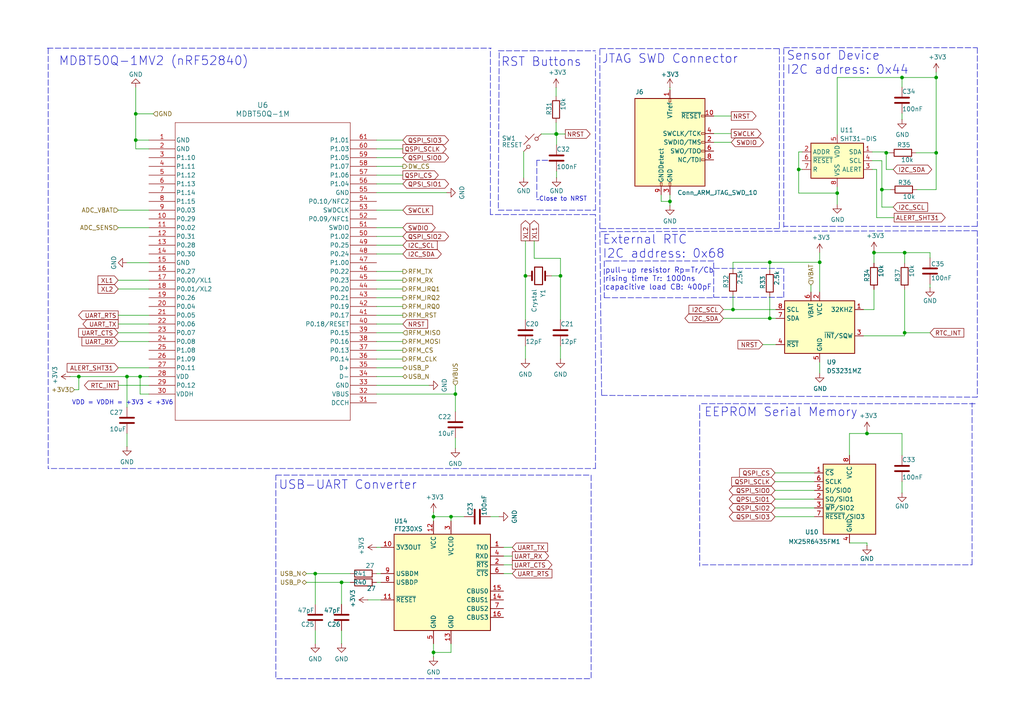
<source format=kicad_sch>
(kicad_sch (version 20231120) (generator "eeschema") (generator_version "8.0")
  (paper "A4")
  (title_block (title "MDBT50Q (nRF52840) SoC") (date "2025-02-24") (rev "v0.2") (company "CITI Lab") (comment 1 "Sastress Project") (comment 2 "Regis Rousseau"))
  (lib_symbols
    (symbol "Connector:Conn_ARM_JTAG_SWD_10" (pin_names (offset 1.016))
      (property "Reference" "J" (at -2.54 16.51 0))
      (property "Value" "Conn_ARM_JTAG_SWD_10" (at -2.54 13.97 0))
      (symbol "Conn_ARM_JTAG_SWD_10_0_1"
        (rectangle (start -10.16 12.7) (end 10.16 -12.7) (stroke (width 0.254)) (fill (type background)))
        (rectangle (start -2.794 -12.7) (end -2.286 -11.684))
        (rectangle (start -0.254 -12.7) (end 0.254 -11.684))
        (rectangle (start -0.254 12.7) (end 0.254 11.684))
        (rectangle (start 9.144 2.286) (end 10.16 2.794))
        (rectangle (start 10.16 -2.794) (end 9.144 -2.286))
        (rectangle (start 10.16 -0.254) (end 9.144 0.254))
        (rectangle (start 10.16 7.874) (end 9.144 7.366))
      )
      (symbol "Conn_ARM_JTAG_SWD_10_1_1"
        (rectangle (start 9.144 -5.334) (end 10.16 -4.826))
        (pin power_in line (at 0 15.24 270) (length 2.54) (name "VTref") (number "1"))
        (pin open_collector line (at 12.7 7.62 180) (length 2.54) (name "~{RESET}") (number "10"))
        (pin bidirectional line (at 12.7 0 180) (length 2.54) (name "SWDIO/TMS") (number "2"))
        (pin power_in line (at 0 -15.24 90) (length 2.54) (name "GND") (number "3"))
        (pin output line (at 12.7 2.54 180) (length 2.54) (name "SWCLK/TCK") (number "4"))
        (pin passive line (at 0 -15.24 90) (length 2.54) hide (name "GND") (number "5"))
        (pin input line (at 12.7 -2.54 180) (length 2.54) (name "SWO/TDO") (number "6"))
        (pin no_connect line (at -10.16 0 0) (length 2.54) hide (name "KEY") (number "7"))
        (pin output line (at 12.7 -5.08 180) (length 2.54) (name "NC/TDI") (number "8"))
        (pin passive line (at -2.54 -15.24 90) (length 2.54) (name "GNDDetect") (number "9"))
      )
    )
    (symbol "Device:C" (pin_numbers hide) (pin_names (offset 0.254))
      (property "Reference" "C" (at 0.635 2.54 0))
      (property "Value" "C" (at 0.635 -2.54 0))
      (symbol "C_0_1"
        (polyline (pts (xy -2.032 -0.762) (xy 2.032 -0.762)) (stroke (width 0.508)))
        (polyline (pts (xy -2.032 0.762) (xy 2.032 0.762)) (stroke (width 0.508)))
      )
      (symbol "C_1_1"
        (pin passive line (at 0 3.81 270) (length 2.794) (name "~") (number "1"))
        (pin passive line (at 0 -3.81 90) (length 2.794) (name "~") (number "2"))
      )
    )
    (symbol "Device:Crystal" (pin_numbers hide) (pin_names (offset 1.016) hide)
      (property "Reference" "Y" (at 0 3.81 0))
      (property "Value" "Crystal" (at 0 -3.81 0))
      (symbol "Crystal_0_1"
        (rectangle (start -1.143 2.54) (end 1.143 -2.54) (stroke (width 0.3048)))
        (polyline (pts (xy -2.54 0) (xy -1.905 0)))
        (polyline (pts (xy -1.905 -1.27) (xy -1.905 1.27)) (stroke (width 0.508)))
        (polyline (pts (xy 1.905 -1.27) (xy 1.905 1.27)) (stroke (width 0.508)))
        (polyline (pts (xy 2.54 0) (xy 1.905 0)))
      )
      (symbol "Crystal_1_1"
        (pin passive line (at -3.81 0 0) (length 1.27) (name "1") (number "1"))
        (pin passive line (at 3.81 0 180) (length 1.27) (name "2") (number "2"))
      )
    )
    (symbol "Device:R" (pin_numbers hide) (pin_names (offset 0))
      (property "Reference" "R" (at 2.032 0 90))
      (property "Value" "R" (at 0 0 90))
      (symbol "R_0_1"
        (rectangle (start -1.016 -2.54) (end 1.016 2.54) (stroke (width 0.254)))
      )
      (symbol "R_1_1"
        (pin passive line (at 0 3.81 270) (length 1.27) (name "~") (number "1"))
        (pin passive line (at 0 -3.81 90) (length 1.27) (name "~") (number "2"))
      )
    )
    (symbol "Interface_USB:FT230XS"
      (property "Reference" "U" (at -13.97 15.24 0))
      (property "Value" "FT230XS" (at 7.62 15.24 0))
      (symbol "FT230XS_0_1"
        (rectangle (start -13.97 13.97) (end 13.97 -13.97) (stroke (width 0.254)) (fill (type background)))
      )
      (symbol "FT230XS_1_1"
        (pin output line (at 17.78 10.16 180) (length 3.81) (name "TXD") (number "1"))
        (pin power_out line (at -17.78 10.16 0) (length 3.81) (name "3V3OUT") (number "10"))
        (pin input line (at -17.78 -5.08 0) (length 3.81) (name "~{RESET}") (number "11"))
        (pin power_in line (at -2.54 17.78 270) (length 3.81) (name "VCC") (number "12"))
        (pin power_in line (at 2.54 -17.78 90) (length 3.81) (name "GND") (number "13"))
        (pin bidirectional line (at 17.78 -5.08 180) (length 3.81) (name "CBUS1") (number "14"))
        (pin bidirectional line (at 17.78 -2.54 180) (length 3.81) (name "CBUS0") (number "15"))
        (pin bidirectional line (at 17.78 -10.16 180) (length 3.81) (name "CBUS3") (number "16"))
        (pin output line (at 17.78 5.08 180) (length 3.81) (name "~{RTS}") (number "2"))
        (pin power_in line (at 2.54 17.78 270) (length 3.81) (name "VCCIO") (number "3"))
        (pin input line (at 17.78 7.62 180) (length 3.81) (name "RXD") (number "4"))
        (pin power_in line (at -2.54 -17.78 90) (length 3.81) (name "GND") (number "5"))
        (pin input line (at 17.78 2.54 180) (length 3.81) (name "~{CTS}") (number "6"))
        (pin bidirectional line (at 17.78 -7.62 180) (length 3.81) (name "CBUS2") (number "7"))
        (pin bidirectional line (at -17.78 0 0) (length 3.81) (name "USBDP") (number "8"))
        (pin bidirectional line (at -17.78 2.54 0) (length 3.81) (name "USBDM") (number "9"))
      )
    )
    (symbol "Memory_Flash:MX25R3235FM1xx0"
      (property "Reference" "U" (at -6.35 11.43 0))
      (property "Value" "MX25R3235FM1xx0" (at 10.16 11.43 0))
      (symbol "MX25R3235FM1xx0_0_1"
        (rectangle (start -7.62 10.16) (end 7.62 -10.16) (stroke (width 0.254)) (fill (type background)))
      )
      (symbol "MX25R3235FM1xx0_1_1"
        (pin input line (at -10.16 7.62 0) (length 2.54) (name "~{CS}") (number "1"))
        (pin bidirectional line (at -10.16 0 0) (length 2.54) (name "SO/SIO1") (number "2"))
        (pin bidirectional line (at -10.16 -2.54 0) (length 2.54) (name "~{WP}/SIO2") (number "3"))
        (pin power_in line (at 0 -12.7 90) (length 2.54) (name "GND") (number "4"))
        (pin bidirectional line (at -10.16 2.54 0) (length 2.54) (name "SI/SIO0") (number "5"))
        (pin input line (at -10.16 5.08 0) (length 2.54) (name "SCLK") (number "6"))
        (pin bidirectional line (at -10.16 -5.08 0) (length 2.54) (name "~{RESET}/SIO3") (number "7"))
        (pin power_in line (at 0 12.7 270) (length 2.54) (name "VCC") (number "8"))
      )
    )
    (symbol "Sensor_Humidity:SHT31-DIS"
      (property "Reference" "U" (at -6.35 6.35 0))
      (property "Value" "SHT31-DIS" (at 6.35 6.35 0))
      (symbol "SHT31-DIS_0_1"
        (rectangle (start -7.62 5.08) (end 7.62 -5.08) (stroke (width 0.254)) (fill (type background)))
      )
      (symbol "SHT31-DIS_1_1"
        (pin bidirectional line (at 10.16 2.54 180) (length 2.54) (name "SDA") (number "1"))
        (pin input line (at -10.16 2.54 0) (length 2.54) (name "ADDR") (number "2"))
        (pin output line (at 10.16 -2.54 180) (length 2.54) (name "ALERT") (number "3"))
        (pin input line (at 10.16 0 180) (length 2.54) (name "SCL") (number "4"))
        (pin power_in line (at 0 7.62 270) (length 2.54) (name "VDD") (number "5"))
        (pin input line (at -10.16 0 0) (length 2.54) (name "~{RESET}") (number "6"))
        (pin passive line (at -10.16 -2.54 0) (length 2.54) (name "R") (number "7"))
        (pin power_in line (at 0 -7.62 90) (length 2.54) (name "VSS") (number "8"))
        (pin passive line (at 0 -7.62 90) (length 2.54) hide (name "VSS") (number "9"))
      )
    )
    (symbol "Switch:SW_Push_45deg" (pin_numbers hide) (pin_names (offset 1.016) hide)
      (property "Reference" "SW" (at 3.048 1.016 0))
      (property "Value" "SW_Push_45deg" (at 0 -3.81 0))
      (symbol "SW_Push_45deg_0_1"
        (circle (center -1.1684 1.1684) (radius 0.508))
        (polyline (pts (xy -0.508 2.54) (xy 2.54 -0.508)))
        (polyline (pts (xy 1.016 1.016) (xy 2.032 2.032)))
        (polyline (pts (xy -2.54 2.54) (xy -1.524 1.524) (xy -1.524 1.524)))
        (polyline (pts (xy 1.524 -1.524) (xy 2.54 -2.54) (xy 2.54 -2.54) (xy 2.54 -2.54)))
        (circle (center 1.143 -1.1938) (radius 0.508))
        (pin passive line (at -2.54 2.54 0) (length 0) (name "1") (number "1"))
        (pin passive line (at 2.54 -2.54 180) (length 0) (name "2") (number "2"))
      )
    )
    (symbol "Timer_RTC:DS3231MZ"
      (property "Reference" "U" (at -7.62 8.89 0))
      (property "Value" "DS3231MZ" (at 11.43 8.89 0))
      (symbol "DS3231MZ_0_1"
        (rectangle (start -10.16 7.62) (end 10.16 -7.62) (stroke (width 0.254)) (fill (type background)))
      )
      (symbol "DS3231MZ_1_1"
        (pin open_collector line (at 12.7 5.08 180) (length 2.54) (name "32KHZ") (number "1"))
        (pin power_in line (at 0 10.16 270) (length 2.54) (name "VCC") (number "2"))
        (pin open_collector line (at 12.7 -2.54 180) (length 2.54) (name "~{INT}/SQW") (number "3"))
        (pin bidirectional line (at -12.7 -5.08 0) (length 2.54) (name "~{RST}") (number "4"))
        (pin power_in line (at 0 -10.16 90) (length 2.54) (name "GND") (number "5"))
        (pin power_in line (at -2.54 10.16 270) (length 2.54) (name "VBAT") (number "6"))
        (pin bidirectional line (at -12.7 2.54 0) (length 2.54) (name "SDA") (number "7"))
        (pin input line (at -12.7 5.08 0) (length 2.54) (name "SCL") (number "8"))
      )
    )
    (symbol "mdbt50q:MDBT50Q-1M" (pin_names (offset 0.254))
      (property "Reference" "U" (at 33.02 10.16 0))
      (property "Value" "MDBT50Q-1M" (at 33.02 7.62 0))
      (symbol "MDBT50Q-1M_0_1"
        (polyline (pts (xy 7.62 -81.28) (xy 58.42 -81.28)) (stroke (width 0.127)))
        (polyline (pts (xy 7.62 5.08) (xy 7.62 -81.28)) (stroke (width 0.127)))
        (polyline (pts (xy 58.42 -81.28) (xy 58.42 5.08)) (stroke (width 0.127)))
        (polyline (pts (xy 58.42 5.08) (xy 7.62 5.08)) (stroke (width 0.127)))
        (pin power_out line (at 0 0 0) (length 7.62) (name "GND") (number "1"))
        (pin bidirectional line (at 0 -22.86 0) (length 7.62) (name "P0.29") (number "10"))
        (pin bidirectional line (at 0 -25.4 0) (length 7.62) (name "P0.02") (number "11"))
        (pin bidirectional line (at 0 -27.94 0) (length 7.62) (name "P0.31") (number "12"))
        (pin bidirectional line (at 0 -30.48 0) (length 7.62) (name "P0.28") (number "13"))
        (pin bidirectional line (at 0 -33.02 0) (length 7.62) (name "P0.30") (number "14"))
        (pin power_out line (at 0 -35.56 0) (length 7.62) (name "GND") (number "15"))
        (pin bidirectional line (at 0 -38.1 0) (length 7.62) (name "P0.27") (number "16"))
        (pin bidirectional line (at 0 -40.64 0) (length 7.62) (name "P0.00/XL1") (number "17"))
        (pin bidirectional line (at 0 -43.18 0) (length 7.62) (name "P0.01/XL2") (number "18"))
        (pin bidirectional line (at 0 -45.72 0) (length 7.62) (name "P0.26") (number "19"))
        (pin power_out line (at 0 -2.54 0) (length 7.62) (name "GND") (number "2"))
        (pin bidirectional line (at 0 -48.26 0) (length 7.62) (name "P0.04") (number "20"))
        (pin bidirectional line (at 0 -50.8 0) (length 7.62) (name "P0.05") (number "21"))
        (pin bidirectional line (at 0 -53.34 0) (length 7.62) (name "P0.06") (number "22"))
        (pin bidirectional line (at 0 -55.88 0) (length 7.62) (name "P0.07") (number "23"))
        (pin bidirectional line (at 0 -58.42 0) (length 7.62) (name "P0.08") (number "24"))
        (pin bidirectional line (at 0 -60.96 0) (length 7.62) (name "P1.08") (number "25"))
        (pin bidirectional line (at 0 -63.5 0) (length 7.62) (name "P1.09") (number "26"))
        (pin bidirectional line (at 0 -66.04 0) (length 7.62) (name "P0.11") (number "27"))
        (pin power_in line (at 0 -68.58 0) (length 7.62) (name "VDD") (number "28"))
        (pin bidirectional line (at 0 -71.12 0) (length 7.62) (name "P0.12") (number "29"))
        (pin bidirectional line (at 0 -5.08 0) (length 7.62) (name "P1.10") (number "3"))
        (pin power_in line (at 0 -73.66 0) (length 7.62) (name "VDDH") (number "30"))
        (pin power_in line (at 66.04 -76.2 180) (length 7.62) (name "DCCH") (number "31"))
        (pin power_in line (at 66.04 -73.66 180) (length 7.62) (name "VBUS") (number "32"))
        (pin power_out line (at 66.04 -71.12 180) (length 7.62) (name "GND") (number "33"))
        (pin bidirectional line (at 66.04 -68.58 180) (length 7.62) (name "D-") (number "34"))
        (pin bidirectional line (at 66.04 -66.04 180) (length 7.62) (name "D+") (number "35"))
        (pin bidirectional line (at 66.04 -63.5 180) (length 7.62) (name "P0.14") (number "36"))
        (pin bidirectional line (at 66.04 -60.96 180) (length 7.62) (name "P0.13") (number "37"))
        (pin bidirectional line (at 66.04 -58.42 180) (length 7.62) (name "P0.16") (number "38"))
        (pin bidirectional line (at 66.04 -55.88 180) (length 7.62) (name "P0.15") (number "39"))
        (pin bidirectional line (at 0 -7.62 0) (length 7.62) (name "P1.11") (number "4"))
        (pin bidirectional line (at 66.04 -53.34 180) (length 7.62) (name "P0.18/RESET") (number "40"))
        (pin bidirectional line (at 66.04 -50.8 180) (length 7.62) (name "P0.17") (number "41"))
        (pin bidirectional line (at 66.04 -48.26 180) (length 7.62) (name "P0.19") (number "42"))
        (pin bidirectional line (at 66.04 -45.72 180) (length 7.62) (name "P0.21") (number "43"))
        (pin bidirectional line (at 66.04 -43.18 180) (length 7.62) (name "P0.20") (number "44"))
        (pin bidirectional line (at 66.04 -40.64 180) (length 7.62) (name "P0.23") (number "45"))
        (pin bidirectional line (at 66.04 -38.1 180) (length 7.62) (name "P0.22") (number "46"))
        (pin bidirectional line (at 66.04 -35.56 180) (length 7.62) (name "P1.00") (number "47"))
        (pin bidirectional line (at 66.04 -33.02 180) (length 7.62) (name "P0.24") (number "48"))
        (pin bidirectional line (at 66.04 -30.48 180) (length 7.62) (name "P0.25") (number "49"))
        (pin bidirectional line (at 0 -10.16 0) (length 7.62) (name "P1.12") (number "5"))
        (pin bidirectional line (at 66.04 -27.94 180) (length 7.62) (name "P1.02") (number "50"))
        (pin unspecified line (at 66.04 -25.4 180) (length 7.62) (name "SWDIO") (number "51"))
        (pin bidirectional line (at 66.04 -22.86 180) (length 7.62) (name "P0.09/NFC1") (number "52"))
        (pin input line (at 66.04 -20.32 180) (length 7.62) (name "SWDCLK") (number "53"))
        (pin bidirectional line (at 66.04 -17.78 180) (length 7.62) (name "P0.10/NFC2") (number "54"))
        (pin power_out line (at 66.04 -15.24 180) (length 7.62) (name "GND") (number "55"))
        (pin bidirectional line (at 66.04 -12.7 180) (length 7.62) (name "P1.04") (number "56"))
        (pin bidirectional line (at 66.04 -10.16 180) (length 7.62) (name "P1.06") (number "57"))
        (pin bidirectional line (at 66.04 -7.62 180) (length 7.62) (name "P1.07") (number "58"))
        (pin bidirectional line (at 66.04 -5.08 180) (length 7.62) (name "P1.05") (number "59"))
        (pin bidirectional line (at 0 -12.7 0) (length 7.62) (name "P1.13") (number "6"))
        (pin bidirectional line (at 66.04 -2.54 180) (length 7.62) (name "P1.03") (number "60"))
        (pin bidirectional line (at 66.04 0 180) (length 7.62) (name "P1.01") (number "61"))
        (pin bidirectional line (at 0 -15.24 0) (length 7.62) (name "P1.14") (number "7"))
        (pin bidirectional line (at 0 -17.78 0) (length 7.62) (name "P1.15") (number "8"))
        (pin bidirectional line (at 0 -20.32 0) (length 7.62) (name "P0.03") (number "9"))
      )
    )
    (symbol "power:+3.3V" (power) (pin_numbers hide) (pin_names (offset 0) hide)
      (property "Value" "+3.3V" (at 0 3.556 0))
      (symbol "+3.3V_0_1"
        (polyline (pts (xy -0.762 1.27) (xy 0 2.54)))
        (polyline (pts (xy 0 0) (xy 0 2.54)))
        (polyline (pts (xy 0 2.54) (xy 0.762 1.27)))
      )
      (symbol "+3.3V_1_1"
        (pin power_in line (at 0 0 90) (length 0) (name "~") (number "1"))
      )
    )
    (symbol "power:GND" (power) (pin_numbers hide) (pin_names (offset 0) hide)
      (property "Value" "GND" (at 0 -3.81 0))
      (symbol "GND_0_1"
        (polyline (pts (xy 0 0) (xy 0 -1.27) (xy 1.27 -1.27) (xy 0 -2.54) (xy -1.27 -1.27) (xy 0 -1.27)))
      )
      (symbol "GND_1_1"
        (pin power_in line (at 0 0 270) (length 0) (name "~") (number "1"))
      )
    )
  )
  (junction (at 262.382 96.52))
  (junction (at 162.56 80.01))
  (junction (at 223.266 92.329))
  (junction (at 271.526 22.479))
  (junction (at 223.266 76.073))
  (junction (at 251.46 125.73))
  (junction (at 255.778 54.991))
  (junction (at 132.08 114.3))
  (junction (at 237.744 76.073))
  (junction (at 242.824 56.007))
  (junction (at 161.29 38.862))
  (junction (at 231.648 49.149))
  (junction (at 39.37 33.02))
  (junction (at 125.73 189.23))
  (junction (at 161.417 38.862))
  (junction (at 262.382 73.279))
  (junction (at 99.06 168.91))
  (junction (at 212.598 89.789))
  (junction (at 39.37 40.64))
  (junction (at 152.4 80.01))
  (junction (at 261.62 22.479))
  (junction (at 22.86 109.22))
  (junction (at 257.048 44.323))
  (junction (at 91.44 166.37))
  (junction (at 40.64 109.22))
  (junction (at 194.31 58.42))
  (junction (at 130.81 149.86))
  (junction (at 271.526 44.323))
  (junction (at 36.83 109.22))
  (junction (at 125.73 149.86))
  (junction (at 253.492 73.279))
  (wire (pts (xy 34.29 81.28) (xy 43.18 81.28)))
  (wire (pts (xy 109.22 73.66) (xy 116.84 73.66)))
  (wire (pts (xy 152.4 100.33) (xy 152.4 104.14)))
  (wire (pts (xy 194.31 25.4) (xy 194.31 26.035)))
  (wire (pts (xy 34.29 111.76) (xy 43.18 111.76)))
  (polyline (pts (xy 174.498 114.681) (xy 283.464 115.189)) (stroke (width 0) (type dash)))
  (wire (pts (xy 34.29 106.68) (xy 43.18 106.68)))
  (polyline (pts (xy 226.06 66.294) (xy 173.99 66.294)) (stroke (width 0) (type dash)))
  (wire (pts (xy 269.748 83.439) (xy 269.748 82.423)))
  (wire (pts (xy 91.44 166.37) (xy 101.6 166.37)))
  (wire (pts (xy 22.86 113.03) (xy 22.86 109.22)))
  (polyline (pts (xy 283.464 13.843) (xy 283.464 65.659)) (stroke (width 0) (type dash)))
  (wire (pts (xy 207.01 33.655) (xy 212.09 33.655)))
  (wire (pts (xy 146.05 158.75) (xy 148.59 158.75)))
  (wire (pts (xy 254.254 63.119) (xy 259.334 63.119)))
  (wire (pts (xy 161.29 38.862) (xy 161.417 38.862)))
  (wire (pts (xy 242.824 22.479) (xy 261.62 22.479)))
  (wire (pts (xy 146.05 161.29) (xy 148.59 161.29)))
  (wire (pts (xy 34.29 60.96) (xy 43.18 60.96)))
  (wire (pts (xy 262.382 96.52) (xy 262.382 83.947)))
  (wire (pts (xy 109.22 40.64) (xy 116.84 40.64)))
  (polyline (pts (xy 207.01 75.692) (xy 175.26 75.692)) (stroke (width 0) (type dash)))
  (wire (pts (xy 154.94 74.93) (xy 162.56 74.93)))
  (wire (pts (xy 36.83 125.73) (xy 36.83 129.54)))
  (polyline (pts (xy 173.99 14.097) (xy 226.06 14.097)) (stroke (width 0) (type dash)))
  (wire (pts (xy 34.29 99.06) (xy 43.18 99.06)))
  (wire (pts (xy 269.748 73.279) (xy 262.382 73.279)))
  (polyline (pts (xy 283.464 66.929) (xy 173.99 67.183)) (stroke (width 0) (type dash)))
  (polyline (pts (xy 227.33 86.233) (xy 227.33 77.851)) (stroke (width 0) (type dash)))
  (polyline (pts (xy 142.24 62.23) (xy 142.24 13.97)) (stroke (width 0) (type dash)))
  (polyline (pts (xy 207.01 77.851) (xy 227.33 77.851)) (stroke (width 0) (type dash)))
  (polyline (pts (xy 144.78 15.24) (xy 144.526 60.96)) (stroke (width 0) (type dash)))
  (wire (pts (xy 261.62 132.08) (xy 261.62 125.73)))
  (wire (pts (xy 109.22 55.88) (xy 129.54 55.88)))
  (wire (pts (xy 109.22 83.82) (xy 116.84 83.82)))
  (polyline (pts (xy 207.01 86.233) (xy 227.33 86.233)) (stroke (width 0) (type dash)))
  (wire (pts (xy 109.22 158.75) (xy 110.49 158.75)))
  (wire (pts (xy 252.984 46.609) (xy 255.778 46.609)))
  (wire (pts (xy 255.778 46.609) (xy 255.778 54.991)))
  (wire (pts (xy 130.81 186.69) (xy 130.81 189.23)))
  (wire (pts (xy 43.18 114.3) (xy 40.64 114.3)))
  (wire (pts (xy 231.648 44.069) (xy 231.648 49.149)))
  (wire (pts (xy 251.46 124.968) (xy 251.46 125.73)))
  (wire (pts (xy 223.266 85.979) (xy 223.266 92.329)))
  (wire (pts (xy 109.22 66.04) (xy 116.84 66.04)))
  (wire (pts (xy 43.18 43.18) (xy 39.37 43.18)))
  (wire (pts (xy 161.417 38.862) (xy 161.417 42.037)))
  (wire (pts (xy 237.744 105.029) (xy 237.744 108.331)))
  (polyline (pts (xy 142.24 135.89) (xy 172.72 135.89)) (stroke (width 0) (type dash)))
  (wire (pts (xy 246.38 125.73) (xy 251.46 125.73)))
  (wire (pts (xy 207.01 41.275) (xy 212.09 41.275)))
  (wire (pts (xy 231.648 49.149) (xy 232.664 49.149)))
  (wire (pts (xy 109.22 168.91) (xy 110.49 168.91)))
  (wire (pts (xy 109.22 166.37) (xy 110.49 166.37)))
  (wire (pts (xy 212.598 89.789) (xy 225.044 89.789)))
  (wire (pts (xy 231.648 56.007) (xy 242.824 56.007)))
  (wire (pts (xy 161.417 49.657) (xy 161.417 51.562)))
  (wire (pts (xy 99.06 182.88) (xy 99.06 186.69)))
  (wire (pts (xy 109.22 114.3) (xy 132.08 114.3)))
  (wire (pts (xy 231.648 49.149) (xy 231.648 56.007)))
  (wire (pts (xy 130.81 151.13) (xy 130.81 149.86)))
  (wire (pts (xy 250.444 97.409) (xy 262.382 97.409)))
  (polyline (pts (xy 207.01 76.2) (xy 207.01 86.233)) (stroke (width 0) (type dash)))
  (wire (pts (xy 271.526 54.991) (xy 271.526 44.323)))
  (wire (pts (xy 252.984 49.149) (xy 254.254 49.149)))
  (wire (pts (xy 265.684 44.323) (xy 271.526 44.323)))
  (wire (pts (xy 271.526 22.479) (xy 271.526 44.323)))
  (wire (pts (xy 88.9 166.37) (xy 91.44 166.37)))
  (wire (pts (xy 39.37 40.64) (xy 43.18 40.64)))
  (wire (pts (xy 109.22 86.36) (xy 116.84 86.36)))
  (wire (pts (xy 262.382 97.409) (xy 262.382 96.52)))
  (wire (pts (xy 261.62 25.273) (xy 261.62 22.479)))
  (wire (pts (xy 154.94 69.85) (xy 154.94 74.93)))
  (wire (pts (xy 109.22 96.52) (xy 116.84 96.52)))
  (wire (pts (xy 262.382 76.327) (xy 262.382 73.279)))
  (wire (pts (xy 109.22 106.68) (xy 116.84 106.68)))
  (wire (pts (xy 232.664 44.069) (xy 231.648 44.069)))
  (wire (pts (xy 246.38 132.08) (xy 246.38 125.73)))
  (wire (pts (xy 212.598 85.725) (xy 212.598 89.789)))
  (wire (pts (xy 36.83 109.22) (xy 40.64 109.22)))
  (wire (pts (xy 223.266 76.073) (xy 237.744 76.073)))
  (wire (pts (xy 161.29 35.56) (xy 161.29 38.862)))
  (wire (pts (xy 125.73 189.23) (xy 125.73 190.5)))
  (wire (pts (xy 125.73 189.23) (xy 130.81 189.23)))
  (wire (pts (xy 130.81 149.86) (xy 134.62 149.86)))
  (polyline (pts (xy 281.94 163.83) (xy 281.94 116.84)) (stroke (width 0) (type dash)))
  (polyline (pts (xy 155.702 57.912) (xy 156.337 57.912)) (stroke (width 0) (type dash)))
  (polyline (pts (xy 226.06 14.097) (xy 226.06 66.294)) (stroke (width 0) (type dash)))
  (wire (pts (xy 99.06 168.91) (xy 101.6 168.91)))
  (wire (pts (xy 109.22 50.8) (xy 116.84 50.8)))
  (wire (pts (xy 265.938 54.991) (xy 271.526 54.991)))
  (wire (pts (xy 109.22 78.74) (xy 116.84 78.74)))
  (wire (pts (xy 257.048 49.149) (xy 257.048 44.323)))
  (wire (pts (xy 20.32 109.22) (xy 22.86 109.22)))
  (wire (pts (xy 262.382 96.52) (xy 269.748 96.52)))
  (wire (pts (xy 255.778 60.071) (xy 255.778 54.991)))
  (wire (pts (xy 109.22 111.76) (xy 124.46 111.76)))
  (polyline (pts (xy 175.26 86.36) (xy 207.01 86.36)) (stroke (width 0) (type dash)))
  (wire (pts (xy 253.492 83.947) (xy 253.492 89.789)))
  (polyline (pts (xy 172.72 62.23) (xy 142.24 62.23)) (stroke (width 0) (type dash)))
  (wire (pts (xy 224.79 147.32) (xy 236.22 147.32)))
  (wire (pts (xy 257.048 44.069) (xy 257.048 44.323)))
  (wire (pts (xy 162.56 100.33) (xy 162.56 104.14)))
  (wire (pts (xy 162.56 80.01) (xy 162.56 92.71)))
  (wire (pts (xy 254.254 49.149) (xy 254.254 63.119)))
  (wire (pts (xy 34.29 93.98) (xy 43.18 93.98)))
  (wire (pts (xy 109.22 109.22) (xy 116.84 109.22)))
  (wire (pts (xy 151.892 43.942) (xy 151.892 51.562)))
  (wire (pts (xy 109.22 91.44) (xy 116.84 91.44)))
  (polyline (pts (xy 13.97 13.97) (xy 13.97 135.89)) (stroke (width 0) (type dash)))
  (polyline (pts (xy 203.708 163.83) (xy 281.94 163.83)) (stroke (width 0) (type dash)))
  (polyline (pts (xy 173.99 67.183) (xy 174.498 114.681)) (stroke (width 0) (type dash)))
  (wire (pts (xy 224.79 142.24) (xy 236.22 142.24)))
  (wire (pts (xy 253.492 73.279) (xy 253.492 76.327)))
  (wire (pts (xy 209.804 92.329) (xy 223.266 92.329)))
  (wire (pts (xy 125.73 148.59) (xy 125.73 149.86)))
  (wire (pts (xy 191.77 58.42) (xy 194.31 58.42)))
  (wire (pts (xy 224.79 139.7) (xy 236.22 139.7)))
  (polyline (pts (xy 227.33 13.843) (xy 283.464 13.843)) (stroke (width 0) (type dash)))
  (wire (pts (xy 261.62 125.73) (xy 251.46 125.73)))
  (polyline (pts (xy 202.946 117.475) (xy 202.946 164.211)) (stroke (width 0) (type dash)))
  (wire (pts (xy 255.778 54.991) (xy 258.318 54.991)))
  (wire (pts (xy 207.01 38.735) (xy 212.09 38.735)))
  (wire (pts (xy 132.08 114.3) (xy 132.08 119.38)))
  (wire (pts (xy 257.048 44.323) (xy 258.064 44.323)))
  (wire (pts (xy 191.77 56.515) (xy 191.77 58.42)))
  (wire (pts (xy 221.234 99.949) (xy 225.044 99.949)))
  (wire (pts (xy 162.56 80.01) (xy 160.02 80.01)))
  (wire (pts (xy 251.46 157.48) (xy 251.46 158.242)))
  (wire (pts (xy 109.22 71.12) (xy 116.84 71.12)))
  (wire (pts (xy 271.526 20.955) (xy 271.526 22.479)))
  (wire (pts (xy 91.44 166.37) (xy 91.44 175.26)))
  (wire (pts (xy 99.06 168.91) (xy 99.06 175.26)))
  (wire (pts (xy 36.83 109.22) (xy 36.83 118.11)))
  (wire (pts (xy 22.86 109.22) (xy 36.83 109.22)))
  (wire (pts (xy 246.38 157.48) (xy 251.46 157.48)))
  (polyline (pts (xy 175.26 75.692) (xy 175.26 86.36)) (stroke (width 0) (type dash)))
  (wire (pts (xy 109.22 60.96) (xy 116.84 60.96)))
  (wire (pts (xy 235.204 82.677) (xy 235.204 84.709)))
  (polyline (pts (xy 172.72 60.96) (xy 172.72 15.24)) (stroke (width 0) (type dash)))
  (wire (pts (xy 109.22 88.9) (xy 116.84 88.9)))
  (wire (pts (xy 109.22 93.98) (xy 116.84 93.98)))
  (wire (pts (xy 109.22 45.72) (xy 116.84 45.72)))
  (wire (pts (xy 142.24 149.86) (xy 144.78 149.86)))
  (polyline (pts (xy 158.877 46.482) (xy 155.702 46.482)) (stroke (width 0) (type dash)))
  (wire (pts (xy 237.744 73.279) (xy 237.744 76.073)))
  (wire (pts (xy 34.29 91.44) (xy 43.18 91.44)))
  (wire (pts (xy 212.598 76.073) (xy 223.266 76.073)))
  (wire (pts (xy 163.957 38.862) (xy 161.417 38.862)))
  (wire (pts (xy 152.4 69.85) (xy 152.4 80.01)))
  (wire (pts (xy 40.64 109.22) (xy 43.18 109.22)))
  (wire (pts (xy 130.81 149.86) (xy 125.73 149.86)))
  (wire (pts (xy 109.22 43.18) (xy 116.84 43.18)))
  (polyline (pts (xy 172.72 135.89) (xy 172.72 62.23)) (stroke (width 0) (type dash)))
  (wire (pts (xy 91.44 186.69) (xy 91.44 182.88)))
  (polyline (pts (xy 142.24 135.89) (xy 13.97 135.89)) (stroke (width 0) (type dash)))
  (wire (pts (xy 125.73 186.69) (xy 125.73 189.23)))
  (wire (pts (xy 223.266 92.329) (xy 225.044 92.329)))
  (polyline (pts (xy 283.464 66.929) (xy 283.464 115.189)) (stroke (width 0) (type dash)))
  (wire (pts (xy 132.08 127) (xy 132.08 130.048)))
  (wire (pts (xy 34.29 83.82) (xy 43.18 83.82)))
  (wire (pts (xy 109.22 101.6) (xy 116.84 101.6)))
  (wire (pts (xy 146.05 163.83) (xy 148.59 163.83)))
  (wire (pts (xy 261.62 139.7) (xy 261.62 143.002)))
  (wire (pts (xy 109.22 99.06) (xy 116.84 99.06)))
  (wire (pts (xy 242.824 38.989) (xy 242.824 22.479)))
  (polyline (pts (xy 283.464 65.659) (xy 227.33 65.659)) (stroke (width 0) (type dash)))
  (wire (pts (xy 253.492 72.771) (xy 253.492 73.279)))
  (wire (pts (xy 39.37 33.02) (xy 44.45 33.02)))
  (wire (pts (xy 261.62 22.479) (xy 271.526 22.479)))
  (wire (pts (xy 88.9 168.91) (xy 99.06 168.91)))
  (wire (pts (xy 162.56 74.93) (xy 162.56 80.01)))
  (wire (pts (xy 224.79 149.86) (xy 236.22 149.86)))
  (wire (pts (xy 39.37 40.64) (xy 39.37 33.02)))
  (wire (pts (xy 109.22 81.28) (xy 116.84 81.28)))
  (polyline (pts (xy 203.454 117.094) (xy 282.956 117.094)) (stroke (width 0) (type dash)))
  (wire (pts (xy 39.37 33.02) (xy 39.37 25.4)))
  (wire (pts (xy 261.62 32.893) (xy 261.62 34.671)))
  (wire (pts (xy 242.824 56.007) (xy 242.824 59.309)))
  (polyline (pts (xy 144.526 14.732) (xy 172.72 14.732)) (stroke (width 0) (type dash)))
  (wire (pts (xy 34.29 66.04) (xy 43.18 66.04)))
  (polyline (pts (xy 227.33 14.097) (xy 227.33 65.913)) (stroke (width 0) (type dash)))
  (wire (pts (xy 224.79 144.78) (xy 236.22 144.78)))
  (wire (pts (xy 252.984 44.069) (xy 257.048 44.069)))
  (wire (pts (xy 40.64 114.3) (xy 40.64 109.22)))
  (wire (pts (xy 34.29 96.52) (xy 43.18 96.52)))
  (wire (pts (xy 109.22 104.14) (xy 116.84 104.14)))
  (wire (pts (xy 109.22 68.58) (xy 116.84 68.58)))
  (wire (pts (xy 250.444 89.789) (xy 253.492 89.789)))
  (wire (pts (xy 262.382 73.279) (xy 253.492 73.279)))
  (wire (pts (xy 237.744 76.073) (xy 237.744 84.709)))
  (polyline (pts (xy 13.716 13.97) (xy 142.494 13.97)) (stroke (width 0) (type dash)))
  (polyline (pts (xy 155.702 46.482) (xy 155.702 57.912)) (stroke (width 0) (type dash)))
  (wire (pts (xy 109.22 53.34) (xy 116.84 53.34)))
  (wire (pts (xy 269.748 74.803) (xy 269.748 73.279)))
  (wire (pts (xy 194.31 56.515) (xy 194.31 58.42)))
  (wire (pts (xy 146.05 166.37) (xy 148.59 166.37)))
  (wire (pts (xy 212.598 78.105) (xy 212.598 76.073)))
  (wire (pts (xy 21.59 113.03) (xy 22.86 113.03)))
  (wire (pts (xy 109.22 48.26) (xy 116.84 48.26)))
  (wire (pts (xy 152.4 80.01) (xy 152.4 92.71)))
  (polyline (pts (xy 144.526 60.96) (xy 172.72 60.96)) (stroke (width 0) (type dash)))
  (wire (pts (xy 209.804 89.789) (xy 212.598 89.789)))
  (wire (pts (xy 156.972 38.862) (xy 161.29 38.862)))
  (wire (pts (xy 125.73 149.86) (xy 125.73 151.13)))
  (wire (pts (xy 132.08 111.76) (xy 132.08 114.3)))
  (wire (pts (xy 106.68 173.99) (xy 110.49 173.99)))
  (wire (pts (xy 242.824 54.229) (xy 242.824 56.007)))
  (wire (pts (xy 161.29 25.4) (xy 161.29 27.94)))
  (wire (pts (xy 259.08 60.071) (xy 255.778 60.071)))
  (wire (pts (xy 259.08 49.149) (xy 257.048 49.149)))
  (polyline (pts (xy 173.99 66.294) (xy 173.99 14.097)) (stroke (width 0) (type dash)))
  (wire (pts (xy 194.31 58.42) (xy 194.31 59.69)))
  (wire (pts (xy 36.83 76.2) (xy 43.18 76.2)))
  (wire (pts (xy 39.37 43.18) (xy 39.37 40.64)))
  (wire (pts (xy 223.266 78.359) (xy 223.266 76.073)))
  (wire (pts (xy 224.79 137.16) (xy 236.22 137.16)))
  (rectangle (start 80.01 137.795) (end 171.45 196.85) (stroke (width 0) (type dash)))
  (text "MDBT50Q-1MV2 (nRF52840)" (at 17.018 19.304 0) (effects (font (size 2.54 2.54)) (justify left bottom)))
  (text "JTAG SWD Connector" (at 174.498 18.669 0) (effects (font (size 2.54 2.54)) (justify left bottom)))
  (text "External RTC\nI2C address: 0x68" (at 174.752 75.184 0) (effects (font (size 2.54 2.54)) (justify left bottom)))
  (text "Close to NRST" (at 170.307 58.547 0) (effects (font (size 1.27 1.27)) (justify right bottom)))
  (text "pull-up resistor Rp=Tr/Cb\nrising time Tr: 1000ns\ncapacitive load CB: 400pF" (at 175.514 84.328 0) (effects (font (size 1.524 1.524)) (justify left bottom)))
  (text "Sensor Device\nI2C address: 0x44" (at 228.092 21.844 0) (effects (font (size 2.54 2.54)) (justify left bottom)))
  (text "USB-UART Converter" (at 80.772 142.24 0) (effects (font (size 2.54 2.54)) (justify left bottom)))
  (text "EEPROM Serial Memory" (at 204.216 121.158 0) (effects (font (size 2.54 2.54)) (justify left bottom)))
  (text "VDD = VDDH = +3V3 < +3V6" (at 35.56 116.84 0) (effects (font (size 1.27 1.27))))
  (text "RST Buttons" (at 145.288 19.558 0) (effects (font (size 2.54 2.54)) (justify left bottom)))
  (global_label "NRST" (shape output) (at 163.957 38.862 0) (property "Intersheetrefs" "${INTERSHEET_REFS}" (effects (hide yes))))
  (global_label "I2C_SCL" (shape input) (at 209.804 89.789 180) (property "Intersheetrefs" "${INTERSHEET_REFS}" (effects (hide yes))))
  (global_label "I2C_SDA" (shape bidirectional) (at 259.08 49.149 0) (property "Intersheetrefs" "${INTERSHEET_REFS}" (effects (hide yes))))
  (global_label "NRST" (shape output) (at 212.09 33.655 0) (property "Intersheetrefs" "${INTERSHEET_REFS}" (effects (hide yes))))
  (global_label "RTC_INT" (shape input) (at 269.748 96.52 0) (property "Intersheetrefs" "${INTERSHEET_REFS}" (effects (hide yes))))
  (global_label "I2C_SDA" (shape bidirectional) (at 209.804 92.329 180) (property "Intersheetrefs" "${INTERSHEET_REFS}" (effects (hide yes))))
  (global_label "UART_CTS" (shape output) (at 148.59 163.83 0) (property "Intersheetrefs" "${INTERSHEET_REFS}" (effects (hide yes))))
  (global_label "QSPI_SCLK" (shape input) (at 224.79 139.7 180) (property "Intersheetrefs" "${INTERSHEET_REFS}" (effects (hide yes))))
  (global_label "I2C_SDA" (shape bidirectional) (at 116.84 73.66 0) (property "Intersheetrefs" "${INTERSHEET_REFS}" (effects (hide yes))))
  (global_label "QSPI_SIO3" (shape bidirectional) (at 116.84 40.64 0) (property "Intersheetrefs" "${INTERSHEET_REFS}" (effects (hide yes))))
  (global_label "UART_CTS" (shape input) (at 34.29 96.52 180) (property "Intersheetrefs" "${INTERSHEET_REFS}" (effects (hide yes))))
  (global_label "NRST" (shape input) (at 221.234 99.949 180) (property "Intersheetrefs" "${INTERSHEET_REFS}" (effects (hide yes))))
  (global_label "I2C_SCL" (shape input) (at 116.84 71.12 0) (property "Intersheetrefs" "${INTERSHEET_REFS}" (effects (hide yes))))
  (global_label "UART_TX" (shape input) (at 148.59 158.75 0) (property "Intersheetrefs" "${INTERSHEET_REFS}" (effects (hide yes))))
  (global_label "QSPI_SIO0" (shape bidirectional) (at 116.84 45.72 0) (property "Intersheetrefs" "${INTERSHEET_REFS}" (effects (hide yes))))
  (global_label "XL2" (shape output) (at 152.4 69.85 90) (property "Intersheetrefs" "${INTERSHEET_REFS}" (effects (hide yes))))
  (global_label "XL2" (shape input) (at 34.29 83.82 180) (property "Intersheetrefs" "${INTERSHEET_REFS}" (effects (hide yes))))
  (global_label "QSPI_SIO0" (shape bidirectional) (at 224.79 142.24 180) (property "Intersheetrefs" "${INTERSHEET_REFS}" (effects (hide yes))))
  (global_label "QSPI_CS" (shape input) (at 224.79 137.16 180) (property "Intersheetrefs" "${INTERSHEET_REFS}" (effects (hide yes))))
  (global_label "QSPI_SCLK" (shape output) (at 116.84 43.18 0) (property "Intersheetrefs" "${INTERSHEET_REFS}" (effects (hide yes))))
  (global_label "QPSI_SIO1" (shape bidirectional) (at 224.79 144.78 180) (property "Intersheetrefs" "${INTERSHEET_REFS}" (effects (hide yes))))
  (global_label "SWDIO" (shape bidirectional) (at 116.84 66.04 0) (property "Intersheetrefs" "${INTERSHEET_REFS}" (effects (hide yes))))
  (global_label "QSPI_SIO3" (shape bidirectional) (at 224.79 149.86 180) (property "Intersheetrefs" "${INTERSHEET_REFS}" (effects (hide yes))))
  (global_label "XL1" (shape output) (at 154.94 69.85 90) (property "Intersheetrefs" "${INTERSHEET_REFS}" (effects (hide yes))))
  (global_label "UART_RTS" (shape output) (at 34.29 91.44 180) (property "Intersheetrefs" "${INTERSHEET_REFS}" (effects (hide yes))))
  (global_label "QSPI_CS" (shape output) (at 116.84 50.8 0) (property "Intersheetrefs" "${INTERSHEET_REFS}" (effects (hide yes))))
  (global_label "I2C_SCL" (shape input) (at 259.08 60.071 0) (property "Intersheetrefs" "${INTERSHEET_REFS}" (effects (hide yes))))
  (global_label "UART_TX" (shape output) (at 34.29 93.98 180) (property "Intersheetrefs" "${INTERSHEET_REFS}" (effects (hide yes))))
  (global_label "RTC_INT" (shape output) (at 34.29 111.76 180) (property "Intersheetrefs" "${INTERSHEET_REFS}" (effects (hide yes))))
  (global_label "NRST" (shape input) (at 116.84 93.98 0) (property "Intersheetrefs" "${INTERSHEET_REFS}" (effects (hide yes))))
  (global_label "UART_RTS" (shape input) (at 148.59 166.37 0) (property "Intersheetrefs" "${INTERSHEET_REFS}" (effects (hide yes))))
  (global_label "SWCLK" (shape input) (at 116.84 60.96 0) (property "Intersheetrefs" "${INTERSHEET_REFS}" (effects (hide yes))))
  (global_label "QSPI_SIO2" (shape bidirectional) (at 224.79 147.32 180) (property "Intersheetrefs" "${INTERSHEET_REFS}" (effects (hide yes))))
  (global_label "QPSI_SIO1" (shape bidirectional) (at 116.84 53.34 0) (property "Intersheetrefs" "${INTERSHEET_REFS}" (effects (hide yes))))
  (global_label "UART_RX" (shape input) (at 34.29 99.06 180) (property "Intersheetrefs" "${INTERSHEET_REFS}" (effects (hide yes))))
  (global_label "SWDIO" (shape bidirectional) (at 212.09 41.275 0) (property "Intersheetrefs" "${INTERSHEET_REFS}" (effects (hide yes))))
  (global_label "QSPI_SIO2" (shape bidirectional) (at 116.84 68.58 0) (property "Intersheetrefs" "${INTERSHEET_REFS}" (effects (hide yes))))
  (global_label "ALERT_SHT31" (shape input) (at 34.29 106.68 180) (property "Intersheetrefs" "${INTERSHEET_REFS}" (effects (hide yes))))
  (global_label "XL1" (shape input) (at 34.29 81.28 180) (property "Intersheetrefs" "${INTERSHEET_REFS}" (effects (hide yes))))
  (global_label "ALERT_SHT31" (shape output) (at 259.334 63.119 0) (property "Intersheetrefs" "${INTERSHEET_REFS}" (effects (hide yes))))
  (global_label "UART_RX" (shape output) (at 148.59 161.29 0) (property "Intersheetrefs" "${INTERSHEET_REFS}" (effects (hide yes))))
  (global_label "SWCLK" (shape output) (at 212.09 38.735 0) (property "Intersheetrefs" "${INTERSHEET_REFS}" (effects (hide yes))))
  (hierarchical_label "RFM_IRQ0" (shape output) (at 116.84 88.9 0))
  (hierarchical_label "RFM_RX" (shape output) (at 116.84 81.28 0))
  (hierarchical_label "VBUS" (shape input) (at 132.08 111.76 90))
  (hierarchical_label "DW_CS" (shape output) (at 116.84 48.26 0))
  (hierarchical_label "USB_N" (shape bidirectional) (at 88.9 166.37 180))
  (hierarchical_label "RFM_TX" (shape output) (at 116.84 78.74 0))
  (hierarchical_label "RFM_IRQ2" (shape output) (at 116.84 86.36 0))
  (hierarchical_label "RFM_RST" (shape output) (at 116.84 91.44 0))
  (hierarchical_label "ADC_SENS" (shape input) (at 34.29 66.04 180))
  (hierarchical_label "VBAT" (shape input) (at 235.204 82.677 90))
  (hierarchical_label "RFM_CS" (shape output) (at 116.84 101.6 0))
  (hierarchical_label "USB_P" (shape bidirectional) (at 88.9 168.91 180))
  (hierarchical_label "USB_P" (shape bidirectional) (at 116.84 106.68 0))
  (hierarchical_label "USB_N" (shape bidirectional) (at 116.84 109.22 0))
  (hierarchical_label "RFM_MOSI" (shape output) (at 116.84 99.06 0))
  (hierarchical_label "GND" (shape input) (at 44.45 33.02 0))
  (hierarchical_label "RFM_CLK" (shape output) (at 116.84 104.14 0))
  (hierarchical_label "ADC_VBAT" (shape input) (at 34.29 60.96 180))
  (hierarchical_label "RFM_MISO" (shape input) (at 116.84 96.52 0))
  (hierarchical_label "+3V3" (shape input) (at 21.59 113.03 180))
  (hierarchical_label "RFM_IRQ1" (shape output) (at 116.84 83.82 0))
  (symbol (lib_id "Device:C") (at 99.06 179.07 180) (unit 1)
    (property "Reference" "C26" (at 98.806 181.102 0) (effects (justify left)))
    (property "Value" "47pF" (at 98.806 177.038 0) (effects (justify left)))
    (property "Footprint" "Capacitor_SMD:C_0603_1608Metric" (effects (hide yes)))
    (property "MPN" "GRM1885C1H470JA01D" (effects (hide yes)))
    (property "Manufacturer" "Murata Electronics" (effects (hide yes)))
  )
  (symbol (lib_id "Device:Crystal") (at 156.21 80.01 0) (unit 1)
    (property "Reference" "Y1" (at 157.4801 83.82 90) (effects (justify right)))
    (property "Value" "Crystal" (at 154.9401 83.82 90) (effects (justify right)))
    (property "Footprint" "Crystal:Crystal_SMD_3215-2Pin_3.2x1.5mm" (effects (hide yes)))
    (property "MPN" "CM315D32768HZFT" (effects (hide yes)))
    (property "Manufacturer" "Citizen Finedevice" (effects (hide yes)))
  )
  (symbol (lib_id "power:+3.3V") (at 20.32 109.22 90) (unit 1)
    (property "Reference" "#PWR069" (effects (hide yes)))
    (property "Value" "+3V3" (at 15.9258 108.839 0))
    (property "Description" "Power symbol creates a global label with name \"+3.3V\"" (effects (hide yes)))
  )
  (symbol (lib_id "Device:C") (at 161.417 45.847 0) (unit 1)
    (property "Reference" "C32" (at 161.417 43.307 0) (effects (justify left)))
    (property "Value" "100nF" (at 161.417 48.387 0) (effects (justify left)))
    (property "Footprint" "Capacitor_SMD:C_0603_1608Metric" (effects (hide yes)))
    (property "MPN" "GCM188R71H104JA57D" (effects (hide yes)))
    (property "Manufacturer" "Murata Electronics" (effects (hide yes)))
  )
  (symbol (lib_id "power:GND") (at 129.54 55.88 90) (unit 1)
    (property "Reference" "#PWR060" (effects (hide yes)))
    (property "Value" "GND" (at 133.985 55.88 0))
    (property "Description" "Power symbol creates a global label with name \"GND\" , ground" (effects (hide yes)))
  )
  (symbol (lib_id "Device:C") (at 138.43 149.86 90) (unit 1)
    (property "Reference" "C23" (at 136.398 149.606 0) (effects (justify left)))
    (property "Value" "100nF" (at 140.462 149.606 0) (effects (justify left)))
    (property "Footprint" "Capacitor_SMD:C_0603_1608Metric" (effects (hide yes)))
    (property "MPN" "GCM188R71H104JA57D" (effects (hide yes)))
    (property "Manufacturer" "Murata Electronics" (effects (hide yes)))
  )
  (symbol (lib_id "power:GND") (at 151.892 51.562 0) (unit 1)
    (property "Reference" "#PWR074" (effects (hide yes)))
    (property "Value" "GND" (at 151.892 55.372 0))
    (property "Description" "Power symbol creates a global label with name \"GND\" , ground" (effects (hide yes)))
  )
  (symbol (lib_id "power:GND") (at 36.83 129.54 0) (unit 1)
    (property "Reference" "#PWR064" (effects (hide yes)))
    (property "Value" "GND" (at 36.83 133.985 0))
    (property "Description" "Power symbol creates a global label with name \"GND\" , ground" (effects (hide yes)))
  )
  (symbol (lib_id "power:+3.3V") (at 194.31 25.4 0) (unit 1)
    (property "Reference" "#PWR077" (effects (hide yes)))
    (property "Value" "+3V3" (at 194.31 21.59 0))
    (property "Description" "Power symbol creates a global label with name \"+3.3V\"" (effects (hide yes)))
  )
  (symbol (lib_id "power:GND") (at 39.37 25.4 180) (unit 1)
    (property "Reference" "#PWR066" (effects (hide yes)))
    (property "Value" "GND" (at 39.37 21.59 0))
    (property "Description" "Power symbol creates a global label with name \"GND\" , ground" (effects (hide yes)))
  )
  (symbol (lib_id "mdbt50q:MDBT50Q-1M") (at 43.18 40.64 0) (unit 1)
    (property "Reference" "U6" (at 76.2 30.48 0) (effects (font (size 1.524 1.524))))
    (property "Value" "MDBT50Q-1M" (at 76.2 33.02 0) (effects (font (size 1.524 1.524))))
    (property "Footprint" "MDBT50Q-1M_RAY" (effects (hide yes)))
    (property "MPN" "MDBT50Q-1MV2" (effects (hide yes)))
    (property "Manufacturer" "Raytac" (effects (hide yes)))
  )
  (symbol (lib_id "power:GND") (at 194.31 59.69 0) (unit 1)
    (property "Reference" "#PWR078" (effects (hide yes)))
    (property "Value" "GND" (at 194.31 64.135 0))
    (property "Description" "Power symbol creates a global label with name \"GND\" , ground" (effects (hide yes)))
  )
  (symbol (lib_id "power:GND") (at 125.73 190.5 0) (unit 1)
    (property "Reference" "#PWR071" (effects (hide yes)))
    (property "Value" "GND" (at 125.73 194.945 0))
    (property "Description" "Power symbol creates a global label with name \"GND\" , ground" (effects (hide yes)))
  )
  (symbol (lib_id "Device:C") (at 269.748 78.613 0) (unit 1)
    (property "Reference" "C35" (at 270.002 76.581 0) (effects (justify left)))
    (property "Value" "100nF" (at 270.002 80.645 0) (effects (justify left)))
    (property "Footprint" "Capacitor_SMD:C_0603_1608Metric" (effects (hide yes)))
    (property "MPN" "GCM188R71H104JA57D" (effects (hide yes)))
    (property "Manufacturer" "Murata Electronics" (effects (hide yes)))
  )
  (symbol (lib_id "power:GND") (at 237.744 108.331 0) (unit 1)
    (property "Reference" "#PWR080" (effects (hide yes)))
    (property "Value" "GND" (at 237.871 112.7252 0))
    (property "Description" "Power symbol creates a global label with name \"GND\" , ground" (effects (hide yes)))
  )
  (symbol (lib_id "Device:C") (at 152.4 96.52 0) (unit 1)
    (property "Reference" "C20" (at 152.4 93.98 0) (effects (justify left)))
    (property "Value" "12pF" (at 152.4 99.06 0) (effects (justify left)))
    (property "Footprint" "Capacitor_SMD:C_0603_1608Metric" (effects (hide yes)))
    (property "MPN" "GRM1885C1H120JA01D" (effects (hide yes)))
    (property "Manufacturer" "Murata Electronics" (effects (hide yes)))
  )
  (symbol (lib_id "power:GND") (at 162.56 104.14 0) (unit 1)
    (property "Reference" "#PWR062" (effects (hide yes)))
    (property "Value" "GND" (at 162.56 108.585 0))
    (property "Description" "Power symbol creates a global label with name \"GND\" , ground" (effects (hide yes)))
  )
  (symbol (lib_id "Device:C") (at 91.44 179.07 180) (unit 1)
    (property "Reference" "C25" (at 91.186 181.102 0) (effects (justify left)))
    (property "Value" "47pF" (at 91.186 177.038 0) (effects (justify left)))
    (property "Footprint" "Capacitor_SMD:C_0603_1608Metric" (effects (hide yes)))
    (property "MPN" "GRM1885C1H470JA01D" (effects (hide yes)))
    (property "Manufacturer" "Murata Electronics" (effects (hide yes)))
  )
  (symbol (lib_id "power:GND") (at 261.62 34.671 0) (unit 1)
    (property "Reference" "#PWR086" (effects (hide yes)))
    (property "Value" "GND" (at 261.747 39.0652 0))
    (property "Description" "Power symbol creates a global label with name \"GND\" , ground" (effects (hide yes)))
  )
  (symbol (lib_id "power:+3.3V") (at 253.492 72.771 0) (unit 1)
    (property "Reference" "#PWR084" (effects (hide yes)))
    (property "Value" "+3V3" (at 253.873 68.3768 0))
    (property "Description" "Power symbol creates a global label with name \"+3.3V\"" (effects (hide yes)))
  )
  (symbol (lib_id "Connector:Conn_ARM_JTAG_SWD_10") (at 194.31 41.275 0) (unit 1)
    (property "Reference" "J6" (at 186.69 26.67 0) (effects (justify right)))
    (property "Value" "Conn_ARM_JTAG_SWD_10" (at 219.71 55.88 0) (effects (justify right)))
    (property "Footprint" "Connector_PinHeader_1.27mm:PinHeader_2x05_P1.27mm_Vertical_SMD" (effects (hide yes)))
    (property "MPN" "20021121-00010C4LF" (effects (hide yes)))
    (property "Manufacturer" "Amphenol ICC (FCI)" (effects (hide yes)))
  )
  (symbol (lib_id "power:+3.3V") (at 251.46 124.968 0) (unit 1)
    (property "Reference" "#PWR082" (effects (hide yes)))
    (property "Value" "+3V3" (at 251.841 120.5738 0))
    (property "Description" "Power symbol creates a global label with name \"+3.3V\"" (effects (hide yes)))
  )
  (symbol (lib_id "Device:R") (at 212.598 81.915 180) (unit 1)
    (property "Reference" "R32" (at 210.566 81.661 90))
    (property "Value" "2.5k" (at 214.63 80.391 90))
    (property "Footprint" "Resistor_SMD:R_0603_1608Metric" (effects (hide yes)))
    (property "MPN" "RC0603FR-072K5L" (effects (hide yes)))
    (property "Manufacturer" "Yageo" (effects (hide yes)))
  )
  (symbol (lib_id "power:+3.3V") (at 161.29 25.4 0) (unit 1)
    (property "Reference" "#PWR075" (effects (hide yes)))
    (property "Value" "+3V3" (at 161.671 21.0058 0))
    (property "Description" "Power symbol creates a global label with name \"+3.3V\"" (effects (hide yes)))
  )
  (symbol (lib_id "Device:C") (at 162.56 96.52 0) (unit 1)
    (property "Reference" "C21" (at 162.56 93.98 0) (effects (justify left)))
    (property "Value" "12pF" (at 162.56 99.06 0) (effects (justify left)))
    (property "Footprint" "Capacitor_SMD:C_0603_1608Metric" (effects (hide yes)))
    (property "MPN" "GRM1885C1H120JA01D" (effects (hide yes)))
    (property "Manufacturer" "Murata Electronics" (effects (hide yes)))
  )
  (symbol (lib_id "Switch:SW_Push_45deg") (at 154.432 41.402 90) (unit 1)
    (property "Reference" "SW1" (at 145.542 40.132 90) (effects (justify right)))
    (property "Value" "RESET" (at 145.542 42.037 90) (effects (justify right)))
    (property "Footprint" "Button_Switch_SMD:SW_Push_1P1T_NO_Vertical_Wuerth_434133025816" (effects (hide yes)))
    (property "Description" "Push button switch, normally open, two pins, 45° tilted" (effects (hide yes)))
    (property "MPN" "434133025816" (effects (hide yes)))
    (property "Manufacturer" "Wurth Elektronik" (effects (hide yes)))
  )
  (symbol (lib_id "Device:R") (at 223.266 82.169 180) (unit 1)
    (property "Reference" "R33" (at 221.234 81.915 90))
    (property "Value" "2.5k" (at 225.298 80.645 90))
    (property "Footprint" "Resistor_SMD:R_0603_1608Metric" (effects (hide yes)))
    (property "MPN" "RC0603FR-072K5L" (effects (hide yes)))
    (property "Manufacturer" "Yageo" (effects (hide yes)))
  )
  (symbol (lib_id "Memory_Flash:MX25R3235FM1xx0") (at 246.38 144.78 0) (unit 1)
    (property "Reference" "U10" (at 235.458 154.305 0))
    (property "Value" "MX25R6435FM1" (at 236.22 157.099 0))
    (property "Footprint" "Package_SO:SOP-8_5.28x5.23mm_P1.27mm" (effects (hide yes)))
    (property "MPN" "MX25R6435FM2IL0" (effects (hide yes)))
    (property "Manufacturer" "Macronix" (effects (hide yes)))
  )
  (symbol (lib_id "Device:C") (at 36.83 121.92 0) (unit 1)
    (property "Reference" "C27" (at 31.75 119.634 0) (effects (justify left)))
    (property "Value" "10uF" (at 31.75 124.46 0) (effects (justify left)))
    (property "Footprint" "Capacitor_SMD:C_0603_1608Metric" (effects (hide yes)))
    (property "MPN" "GRM188R61E106KA73D" (effects (hide yes)))
    (property "Manufacturer" "Murata Electronics" (effects (hide yes)))
  )
  (symbol (lib_id "power:GND") (at 242.824 59.309 0) (unit 1)
    (property "Reference" "#PWR081" (effects (hide yes)))
    (property "Value" "GND" (at 242.951 63.7032 0))
    (property "Description" "Power symbol creates a global label with name \"GND\" , ground" (effects (hide yes)))
  )
  (symbol (lib_id "power:+3.3V") (at 237.744 73.279 0) (unit 1)
    (property "Reference" "#PWR079" (effects (hide yes)))
    (property "Value" "+3V3" (at 238.125 68.8848 0))
    (property "Description" "Power symbol creates a global label with name \"+3.3V\"" (effects (hide yes)))
  )
  (symbol (lib_id "Device:R") (at 261.874 44.323 270) (unit 1)
    (property "Reference" "R35" (at 262.128 42.037 90))
    (property "Value" "10k" (at 263.144 46.355 90))
    (property "Footprint" "Resistor_SMD:R_0603_1608Metric" (effects (hide yes)))
    (property "MPN" "RC0603FR-0710KL" (effects (hide yes)))
    (property "Manufacturer" "Yageo" (effects (hide yes)))
  )
  (symbol (lib_id "power:GND") (at 261.62 143.002 0) (mirror y) (unit 1)
    (property "Reference" "#PWR085" (effects (hide yes)))
    (property "Value" "GND" (at 261.62 146.812 0))
    (property "Description" "Power symbol creates a global label with name \"GND\" , ground" (effects (hide yes)))
  )
  (symbol (lib_id "power:GND") (at 91.44 186.69 0) (unit 1)
    (property "Reference" "#PWR090" (effects (hide yes)))
    (property "Value" "GND" (at 91.44 191.135 0))
    (property "Description" "Power symbol creates a global label with name \"GND\" , ground" (effects (hide yes)))
  )
  (symbol (lib_id "power:GND") (at 269.748 83.439 0) (unit 1)
    (property "Reference" "#PWR087" (effects (hide yes)))
    (property "Value" "GND" (at 269.748 87.249 0))
    (property "Description" "Power symbol creates a global label with name \"GND\" , ground" (effects (hide yes)))
  )
  (symbol (lib_id "Interface_USB:FT230XS") (at 128.27 168.91 0) (unit 1)
    (property "Reference" "U14" (at 114.3 151.13 0) (effects (justify left)))
    (property "Value" "FT230XS" (at 114.3 153.416 0) (effects (justify left)))
    (property "Footprint" "Package_SO:SSOP-16_3.9x4.9mm_P0.635mm" (effects (hide yes)))
    (property "MPN" "FT230XS-R" (effects (hide yes)))
    (property "Manufacturer" "FTDI" (effects (hide yes)))
  )
  (symbol (lib_id "power:GND") (at 251.46 158.242 0) (mirror y) (unit 1)
    (property "Reference" "#PWR083" (effects (hide yes)))
    (property "Value" "GND" (at 251.46 162.052 0))
    (property "Description" "Power symbol creates a global label with name \"GND\" , ground" (effects (hide yes)))
  )
  (symbol (lib_id "power:GND") (at 124.46 111.76 90) (unit 1)
    (property "Reference" "#PWR0102" (effects (hide yes)))
    (property "Value" "GND" (at 128.905 111.76 0))
    (property "Description" "Power symbol creates a global label with name \"GND\" , ground" (effects (hide yes)))
    (instances (project "" (path "" (reference "#PWR0102") (unit 1))) (project "mdbt_lora_uwb_board" (path "" (reference "#PWR024") (unit 1))))
  )
  (symbol (lib_id "power:GND") (at 152.4 104.14 0) (unit 1)
    (property "Reference" "#PWR061" (effects (hide yes)))
    (property "Value" "GND" (at 152.4 108.585 0))
    (property "Description" "Power symbol creates a global label with name \"GND\" , ground" (effects (hide yes)))
  )
  (symbol (lib_id "power:GND") (at 144.78 149.86 90) (unit 1)
    (property "Reference" "#PWR070" (effects (hide yes)))
    (property "Value" "GND" (at 149.225 149.86 0))
    (property "Description" "Power symbol creates a global label with name \"GND\" , ground" (effects (hide yes)))
  )
  (symbol (lib_id "Device:C") (at 261.62 29.083 0) (unit 1)
    (property "Reference" "C34" (at 261.62 26.543 0) (effects (justify left)))
    (property "Value" "100nF" (at 261.62 31.623 0) (effects (justify left)))
    (property "Footprint" "Capacitor_SMD:C_0603_1608Metric" (effects (hide yes)))
    (property "MPN" "GCM188R71H104JA57D" (effects (hide yes)))
    (property "Manufacturer" "Murata Electronics" (effects (hide yes)))
  )
  (symbol (lib_id "Sensor_Humidity:SHT31-DIS") (at 242.824 46.609 0) (unit 1)
    (property "Reference" "U11" (at 243.586 37.719 0) (effects (justify left)))
    (property "Value" "SHT31-DIS" (at 243.586 40.259 0) (effects (justify left)))
    (property "Footprint" "Sensor_Humidity:Sensirion_DFN-8-1EP_2.5x2.5mm_P0.5mm_EP1.1x1.7mm" (effects (hide yes)))
    (property "MPN" "SHT31-DIS-P2.5KS" (effects (hide yes)))
    (property "Manufacturer" "Sensirion AG" (effects (hide yes)))
  )
  (symbol (lib_id "Device:R") (at 262.128 54.991 90) (unit 1)
    (property "Reference" "R36" (at 262.382 52.959 90))
    (property "Value" "10k" (at 263.652 57.023 90))
    (property "Footprint" "Resistor_SMD:R_0603_1608Metric" (effects (hide yes)))
    (property "MPN" "RC0603FR-0710KL" (effects (hide yes)))
    (property "Manufacturer" "Yageo" (effects (hide yes)))
  )
  (symbol (lib_id "power:GND") (at 132.08 130.048 0) (unit 1)
    (property "Reference" "#PWR065" (effects (hide yes)))
    (property "Value" "GND" (at 132.08 134.493 0))
    (property "Description" "Power symbol creates a global label with name \"GND\" , ground" (effects (hide yes)))
  )
  (symbol (lib_id "power:GND") (at 99.06 186.69 0) (unit 1)
    (property "Reference" "#PWR091" (effects (hide yes)))
    (property "Value" "GND" (at 99.06 191.135 0))
    (property "Description" "Power symbol creates a global label with name \"GND\" , ground" (effects (hide yes)))
  )
  (symbol (lib_id "power:+3.3V") (at 125.73 148.59 0) (unit 1)
    (property "Reference" "#PWR072" (effects (hide yes)))
    (property "Value" "+3V3" (at 126.111 144.1958 0))
    (property "Description" "Power symbol creates a global label with name \"+3.3V\"" (effects (hide yes)))
  )
  (symbol (lib_id "Device:R") (at 253.492 80.137 180) (unit 1)
    (property "Reference" "R34" (at 251.46 79.883 90))
    (property "Value" "10k" (at 255.524 78.613 90))
    (property "Footprint" "Resistor_SMD:R_0603_1608Metric" (effects (hide yes)))
    (property "MPN" "RC0603FR-0710KL" (effects (hide yes)))
    (property "Manufacturer" "Yageo" (effects (hide yes)))
  )
  (symbol (lib_id "Timer_RTC:DS3231MZ") (at 237.744 94.869 0) (unit 1)
    (property "Reference" "U9" (at 239.7634 105.029 0) (effects (justify left)))
    (property "Value" "DS3231MZ" (at 239.7634 107.569 0) (effects (justify left)))
    (property "Footprint" "Package_SO:SOIC-8_3.9x4.9mm_P1.27mm" (effects (hide yes)))
    (property "MPN" " DS3231MZ+TRL" (effects (hide yes)))
    (property "Manufacturer" "Analog Device" (effects (hide yes)))
  )
  (symbol (lib_id "power:GND") (at 161.417 51.562 0) (mirror y) (unit 1)
    (property "Reference" "#PWR076" (effects (hide yes)))
    (property "Value" "GND" (at 161.417 55.372 0))
    (property "Description" "Power symbol creates a global label with name \"GND\" , ground" (effects (hide yes)))
  )
  (symbol (lib_id "power:+3.3V") (at 271.526 20.955 0) (unit 1)
    (property "Reference" "#PWR088" (effects (hide yes)))
    (property "Value" "+3V3" (at 271.907 16.5608 0))
    (property "Description" "Power symbol creates a global label with name \"+3.3V\"" (effects (hide yes)))
  )
  (symbol (lib_id "Device:R") (at 105.41 168.91 90) (unit 1)
    (property "Reference" "R40" (at 104.394 168.91 90))
    (property "Value" "27" (at 107.696 170.688 90))
    (property "Footprint" "Resistor_SMD:R_0603_1608Metric" (effects (hide yes)))
    (property "Description" "Resistor" (effects (hide yes)))
    (property "MPN" "RC0603FR-0727RL" (effects (hide yes)))
    (property "Manufacturer" "Yageo" (effects (hide yes)))
    (instances (project "" (path "" (reference "R40") (unit 1))) (project "mdbt_lora_uwb_board" (path "" (reference "R6") (unit 1))))
  )
  (symbol (lib_id "Device:C") (at 261.62 135.89 0) (unit 1)
    (property "Reference" "C33" (at 261.62 133.35 0) (effects (justify left)))
    (property "Value" "100nF" (at 261.62 138.43 0) (effects (justify left)))
    (property "Footprint" "Capacitor_SMD:C_0603_1608Metric" (effects (hide yes)))
    (property "MPN" "GCM188R71H104JA57D" (effects (hide yes)))
    (property "Manufacturer" "Murata Electronics" (effects (hide yes)))
  )
  (symbol (lib_id "Device:R") (at 161.29 31.75 180) (unit 1)
    (property "Reference" "R31" (at 159.258 31.496 90))
    (property "Value" "10k" (at 163.322 30.226 90))
    (property "Footprint" "Resistor_SMD:R_0603_1608Metric" (effects (hide yes)))
    (property "MPN" "RC0603FR-0710KL" (effects (hide yes)))
    (property "Manufacturer" "Yageo" (effects (hide yes)))
  )
  (symbol (lib_id "power:GND") (at 36.83 76.2 270) (unit 1)
    (property "Reference" "#PWR0101" (effects (hide yes)))
    (property "Value" "GND" (at 33.02 76.2 0))
    (property "Description" "Power symbol creates a global label with name \"GND\" , ground" (effects (hide yes)))
    (instances (project "" (path "" (reference "#PWR0101") (unit 1))) (project "mdbt_lora_uwb_board" (path "" (reference "#PWR023") (unit 1))))
  )
  (symbol (lib_id "Device:R") (at 262.382 80.137 180) (unit 1)
    (property "Reference" "R37" (at 260.35 79.883 90))
    (property "Value" "10k" (at 264.414 78.613 90))
    (property "Footprint" "Resistor_SMD:R_0603_1608Metric" (effects (hide yes)))
    (property "MPN" "RC0603FR-0710KL" (effects (hide yes)))
    (property "Manufacturer" "Yageo" (effects (hide yes)))
  )
  (symbol (lib_id "power:+3.3V") (at 106.68 173.99 90) (unit 1)
    (property "Reference" "#PWR089" (effects (hide yes)))
    (property "Value" "+3V3" (at 102.2858 173.609 0))
    (property "Description" "Power symbol creates a global label with name \"+3.3V\"" (effects (hide yes)))
  )
  (symbol (lib_id "Device:C") (at 132.08 123.19 0) (unit 1)
    (property "Reference" "C22" (at 127 120.904 0) (effects (justify left)))
    (property "Value" "10uF" (at 127 125.73 0) (effects (justify left)))
    (property "Footprint" "Capacitor_SMD:C_0603_1608Metric" (effects (hide yes)))
    (property "MPN" "GRM188R61E106KA73D" (effects (hide yes)))
    (property "Manufacturer" "Murata Electronics" (effects (hide yes)))
  )
  (symbol (lib_id "Device:R") (at 105.41 166.37 90) (unit 1)
    (property "Reference" "R41" (at 104.394 166.37 90))
    (property "Value" "27" (at 107.315 164.084 90))
    (property "Footprint" "Resistor_SMD:R_0603_1608Metric" (effects (hide yes)))
    (property "Description" "Resistor" (effects (hide yes)))
    (property "MPN" "RC0603FR-0727RL" (effects (hide yes)))
    (property "Manufacturer" "Yageo" (effects (hide yes)))
    (instances (project "" (path "" (reference "R41") (unit 1))) (project "" (path "" (reference "R2") (unit 1))))
  )
  (symbol (lib_id "power:+3.3V") (at 109.22 158.75 90) (unit 1)
    (property "Reference" "#PWR041" (effects (hide yes)))
    (property "Value" "+3V3" (at 104.8258 158.369 0))
    (property "Description" "Power symbol creates a global label with name \"+3.3V\"" (effects (hide yes)))
  )
)
</source>
